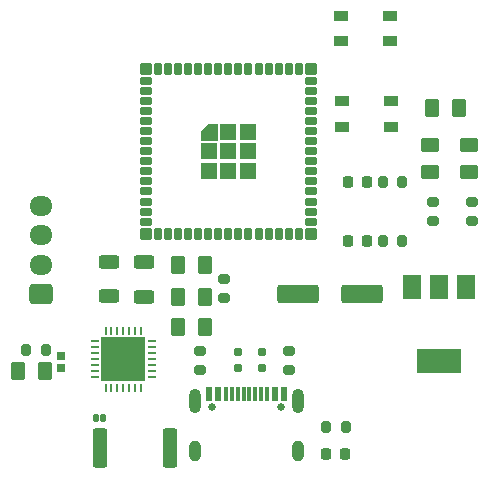
<source format=gts>
G04 #@! TF.GenerationSoftware,KiCad,Pcbnew,7.0.6*
G04 #@! TF.CreationDate,2025-04-22T09:08:53+02:00*
G04 #@! TF.ProjectId,Stepper ESPother3v3reg,53746570-7065-4722-9045-53506f746865,rev?*
G04 #@! TF.SameCoordinates,Original*
G04 #@! TF.FileFunction,Soldermask,Top*
G04 #@! TF.FilePolarity,Negative*
%FSLAX46Y46*%
G04 Gerber Fmt 4.6, Leading zero omitted, Abs format (unit mm)*
G04 Created by KiCad (PCBNEW 7.0.6) date 2025-04-22 09:08:53*
%MOMM*%
%LPD*%
G01*
G04 APERTURE LIST*
G04 Aperture macros list*
%AMRoundRect*
0 Rectangle with rounded corners*
0 $1 Rounding radius*
0 $2 $3 $4 $5 $6 $7 $8 $9 X,Y pos of 4 corners*
0 Add a 4 corners polygon primitive as box body*
4,1,4,$2,$3,$4,$5,$6,$7,$8,$9,$2,$3,0*
0 Add four circle primitives for the rounded corners*
1,1,$1+$1,$2,$3*
1,1,$1+$1,$4,$5*
1,1,$1+$1,$6,$7*
1,1,$1+$1,$8,$9*
0 Add four rect primitives between the rounded corners*
20,1,$1+$1,$2,$3,$4,$5,0*
20,1,$1+$1,$4,$5,$6,$7,0*
20,1,$1+$1,$6,$7,$8,$9,0*
20,1,$1+$1,$8,$9,$2,$3,0*%
G04 Aperture macros list end*
%ADD10C,0.010000*%
%ADD11R,0.762000X0.254000*%
%ADD12R,0.254000X0.762000*%
%ADD13R,3.800000X3.800000*%
%ADD14R,1.500000X2.000000*%
%ADD15R,3.800000X2.000000*%
%ADD16RoundRect,0.102000X0.450000X0.650000X-0.450000X0.650000X-0.450000X-0.650000X0.450000X-0.650000X0*%
%ADD17RoundRect,0.200000X0.200000X0.275000X-0.200000X0.275000X-0.200000X-0.275000X0.200000X-0.275000X0*%
%ADD18RoundRect,0.250000X0.625000X-0.312500X0.625000X0.312500X-0.625000X0.312500X-0.625000X-0.312500X0*%
%ADD19RoundRect,0.102000X-0.190000X-0.200000X0.190000X-0.200000X0.190000X0.200000X-0.190000X0.200000X0*%
%ADD20RoundRect,0.102000X-0.450000X-0.650000X0.450000X-0.650000X0.450000X0.650000X-0.450000X0.650000X0*%
%ADD21RoundRect,0.200000X-0.275000X0.200000X-0.275000X-0.200000X0.275000X-0.200000X0.275000X0.200000X0*%
%ADD22RoundRect,0.250000X0.725000X-0.600000X0.725000X0.600000X-0.725000X0.600000X-0.725000X-0.600000X0*%
%ADD23O,1.950000X1.700000*%
%ADD24RoundRect,0.102000X0.650000X-0.450000X0.650000X0.450000X-0.650000X0.450000X-0.650000X-0.450000X0*%
%ADD25RoundRect,0.218750X-0.218750X-0.256250X0.218750X-0.256250X0.218750X0.256250X-0.218750X0.256250X0*%
%ADD26RoundRect,0.102000X-0.400000X-0.200000X0.400000X-0.200000X0.400000X0.200000X-0.400000X0.200000X0*%
%ADD27RoundRect,0.102000X-0.200000X-0.400000X0.200000X-0.400000X0.200000X0.400000X-0.200000X0.400000X0*%
%ADD28RoundRect,0.102000X-0.600000X-0.600000X0.600000X-0.600000X0.600000X0.600000X-0.600000X0.600000X0*%
%ADD29RoundRect,0.102000X-0.400000X-0.400000X0.400000X-0.400000X0.400000X0.400000X-0.400000X0.400000X0*%
%ADD30RoundRect,0.102000X-0.525000X-0.325000X0.525000X-0.325000X0.525000X0.325000X-0.525000X0.325000X0*%
%ADD31RoundRect,0.250000X-0.362500X-1.425000X0.362500X-1.425000X0.362500X1.425000X-0.362500X1.425000X0*%
%ADD32RoundRect,0.200000X-0.200000X-0.275000X0.200000X-0.275000X0.200000X0.275000X-0.200000X0.275000X0*%
%ADD33C,0.650000*%
%ADD34R,0.600000X1.240000*%
%ADD35R,0.300000X1.240000*%
%ADD36O,1.000000X2.100000*%
%ADD37O,1.000000X1.800000*%
%ADD38RoundRect,0.102000X0.200000X-0.240000X0.200000X0.240000X-0.200000X0.240000X-0.200000X-0.240000X0*%
%ADD39RoundRect,0.250000X1.500000X0.550000X-1.500000X0.550000X-1.500000X-0.550000X1.500000X-0.550000X0*%
%ADD40RoundRect,0.102000X-0.250000X0.250000X-0.250000X-0.250000X0.250000X-0.250000X0.250000X0.250000X0*%
G04 APERTURE END LIST*
D10*
X107950000Y-52950000D02*
X106550000Y-52950000D01*
X106550000Y-52200000D01*
X107200000Y-51550000D01*
X107950000Y-51550000D01*
X107950000Y-52950000D01*
G36*
X107950000Y-52950000D02*
G01*
X106550000Y-52950000D01*
X106550000Y-52200000D01*
X107200000Y-51550000D01*
X107950000Y-51550000D01*
X107950000Y-52950000D01*
G37*
D11*
X97574300Y-70000000D03*
X97574300Y-70499999D03*
X97574300Y-71000001D03*
X97574300Y-71500000D03*
X97574300Y-71999999D03*
X97574300Y-72500001D03*
X97574300Y-73000000D03*
D12*
X98500000Y-73925700D03*
X98999999Y-73925700D03*
X99500001Y-73925700D03*
X100000000Y-73925700D03*
X100499999Y-73925700D03*
X101000001Y-73925700D03*
X101500000Y-73925700D03*
D11*
X102425700Y-73000000D03*
X102425700Y-72500001D03*
X102425700Y-71999999D03*
X102425700Y-71500000D03*
X102425700Y-71000001D03*
X102425700Y-70499999D03*
X102425700Y-70000000D03*
D12*
X101500000Y-69074300D03*
X101000001Y-69074300D03*
X100499999Y-69074300D03*
X100000000Y-69074300D03*
X99500001Y-69074300D03*
X98999999Y-69074300D03*
X98500000Y-69074300D03*
D13*
X100000000Y-71500000D03*
D14*
X129050000Y-65350000D03*
D15*
X126750000Y-71650000D03*
D14*
X126750000Y-65350000D03*
X124450000Y-65350000D03*
D16*
X106900000Y-68750000D03*
X104600000Y-68750000D03*
D17*
X93425000Y-70750000D03*
X91775000Y-70750000D03*
D18*
X101790000Y-66212500D03*
X101790000Y-63287500D03*
D19*
X97719000Y-76500000D03*
X98281000Y-76500000D03*
D20*
X126100000Y-50250000D03*
X128400000Y-50250000D03*
D21*
X126250000Y-58175000D03*
X126250000Y-59825000D03*
D22*
X93000000Y-66000000D03*
D23*
X93000000Y-63500000D03*
X93000000Y-61000000D03*
X93000000Y-58500000D03*
D21*
X129500000Y-58175000D03*
X129500000Y-59825000D03*
D24*
X126000000Y-55650000D03*
X126000000Y-53350000D03*
D21*
X114000000Y-70765000D03*
X114000000Y-72415000D03*
D25*
X119022500Y-56500000D03*
X120597500Y-56500000D03*
D26*
X101900000Y-47950000D03*
X101900000Y-48800000D03*
X101900000Y-49650000D03*
X101900000Y-50500000D03*
X101900000Y-51350000D03*
X101900000Y-52200000D03*
X101900000Y-53050000D03*
X101900000Y-53900000D03*
X101900000Y-54750000D03*
X101900000Y-55600000D03*
X101900000Y-56450000D03*
X101900000Y-57300000D03*
X101900000Y-58150000D03*
X101900000Y-59000000D03*
X101900000Y-59850000D03*
D27*
X102950000Y-60900000D03*
X103800000Y-60900000D03*
X104650000Y-60900000D03*
X105500000Y-60900000D03*
X106350000Y-60900000D03*
X107200000Y-60900000D03*
X108050000Y-60900000D03*
X108900000Y-60900000D03*
X109750000Y-60900000D03*
X110600000Y-60900000D03*
X111450000Y-60900000D03*
X112300000Y-60900000D03*
X113150000Y-60900000D03*
X114000000Y-60900000D03*
X114850000Y-60900000D03*
D26*
X115900000Y-59850000D03*
X115900000Y-59000000D03*
X115900000Y-58150000D03*
X115900000Y-57300000D03*
X115900000Y-56450000D03*
X115900000Y-55600000D03*
X115900000Y-54750000D03*
X115900000Y-53900000D03*
X115900000Y-53050000D03*
X115900000Y-52200000D03*
X115900000Y-51350000D03*
X115900000Y-50500000D03*
X115900000Y-49650000D03*
X115900000Y-48800000D03*
X115900000Y-47950000D03*
D27*
X114850000Y-46900000D03*
X114000000Y-46900000D03*
X113150000Y-46900000D03*
X112300000Y-46900000D03*
X111450000Y-46900000D03*
X110600000Y-46900000D03*
X109750000Y-46900000D03*
X108900000Y-46900000D03*
X108050000Y-46900000D03*
X107200000Y-46900000D03*
X106350000Y-46900000D03*
X105500000Y-46900000D03*
X104650000Y-46900000D03*
X103800000Y-46900000D03*
X102950000Y-46900000D03*
D28*
X108900000Y-53900000D03*
X108900000Y-52250000D03*
X110550000Y-52250000D03*
X110550000Y-53900000D03*
X110550000Y-55550000D03*
X108900000Y-55550000D03*
X107250000Y-55550000D03*
X107250000Y-53900000D03*
D29*
X101900000Y-46900000D03*
X101900000Y-60900000D03*
X115900000Y-60900000D03*
X115900000Y-46900000D03*
D30*
X118500000Y-49675000D03*
X122650000Y-49675000D03*
X118500000Y-51825000D03*
X122650000Y-51825000D03*
D31*
X98037500Y-79000000D03*
X103962500Y-79000000D03*
D17*
X118825000Y-77250000D03*
X117175000Y-77250000D03*
D25*
X117175000Y-79500000D03*
X118750000Y-79500000D03*
X119022500Y-61500000D03*
X120597500Y-61500000D03*
D32*
X121985000Y-61500000D03*
X123635000Y-61500000D03*
D33*
X107540000Y-75570000D03*
X113320000Y-75570000D03*
D34*
X107230000Y-74450000D03*
X108030000Y-74450000D03*
D35*
X109180000Y-74450000D03*
X110180000Y-74450000D03*
X110680000Y-74450000D03*
X111680000Y-74450000D03*
D34*
X112830000Y-74450000D03*
X113630000Y-74450000D03*
X113630000Y-74450000D03*
X112830000Y-74450000D03*
D35*
X112180000Y-74450000D03*
X111180000Y-74450000D03*
X109680000Y-74450000D03*
X108680000Y-74450000D03*
D34*
X108030000Y-74450000D03*
X107230000Y-74450000D03*
D36*
X106110000Y-75050000D03*
D37*
X106110000Y-79250000D03*
D36*
X114750000Y-75050000D03*
D37*
X114750000Y-79250000D03*
D18*
X98750000Y-66175000D03*
X98750000Y-63250000D03*
D38*
X109750000Y-72250000D03*
X109750000Y-70930000D03*
D16*
X93400000Y-72500000D03*
X91100000Y-72500000D03*
D39*
X120200000Y-66000000D03*
X114800000Y-66000000D03*
D30*
X118425000Y-42425000D03*
X122575000Y-42425000D03*
X118425000Y-44575000D03*
X122575000Y-44575000D03*
D20*
X104600000Y-66250000D03*
X106900000Y-66250000D03*
D24*
X129250000Y-55650000D03*
X129250000Y-53350000D03*
D32*
X121985000Y-56500000D03*
X123635000Y-56500000D03*
D38*
X111750000Y-72250000D03*
X111750000Y-70930000D03*
D20*
X104600000Y-63500000D03*
X106900000Y-63500000D03*
D21*
X108500000Y-64675000D03*
X108500000Y-66325000D03*
D40*
X94750000Y-72250000D03*
X94750000Y-71250000D03*
D21*
X106500000Y-70765000D03*
X106500000Y-72415000D03*
M02*

</source>
